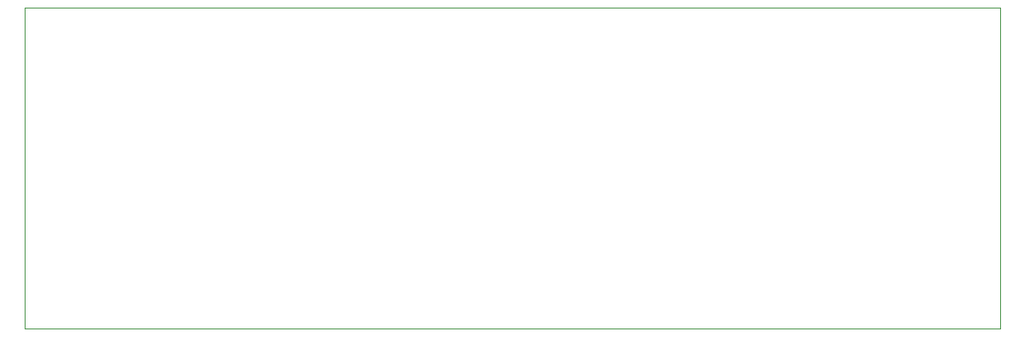
<source format=gbr>
G04 #@! TF.GenerationSoftware,KiCad,Pcbnew,(5.1.5-0-10_14)*
G04 #@! TF.CreationDate,2020-09-27T01:00:48-07:00*
G04 #@! TF.ProjectId,Bias_Tester,42696173-5f54-4657-9374-65722e6b6963,rev?*
G04 #@! TF.SameCoordinates,Original*
G04 #@! TF.FileFunction,Profile,NP*
%FSLAX46Y46*%
G04 Gerber Fmt 4.6, Leading zero omitted, Abs format (unit mm)*
G04 Created by KiCad (PCBNEW (5.1.5-0-10_14)) date 2020-09-27 01:00:48*
%MOMM*%
%LPD*%
G04 APERTURE LIST*
%ADD10C,0.050000*%
G04 APERTURE END LIST*
D10*
X169000000Y-83000000D02*
X72000000Y-83000000D01*
X169000000Y-115000000D02*
X169000000Y-83000000D01*
X72000000Y-115000000D02*
X169000000Y-115000000D01*
X72000000Y-83000000D02*
X72000000Y-115000000D01*
M02*

</source>
